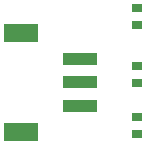
<source format=gtp>
%FSLAX23Y23*%
%MOIN*%
G70*
G01*
G75*
G04 Layer_Color=8421504*
%ADD10R,0.035X0.031*%
%ADD11R,0.118X0.059*%
%ADD12R,0.118X0.039*%
%ADD13C,0.010*%
%ADD14C,0.236*%
%ADD15C,0.039*%
%ADD16C,0.020*%
%ADD17C,0.000*%
%ADD18C,0.000*%
D10*
X460Y458D02*
D03*
Y402D02*
D03*
Y653D02*
D03*
Y597D02*
D03*
X460Y232D02*
D03*
Y288D02*
D03*
D11*
X73Y570D02*
D03*
Y240D02*
D03*
D12*
X270Y326D02*
D03*
Y484D02*
D03*
Y405D02*
D03*
Y326D02*
D03*
M02*

</source>
